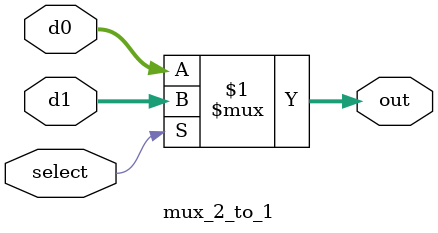
<source format=v>
module mux_2_to_1 (
    input wire [1:0] d0,
    input wire [1:0] d1,
    input wire select,
    output wire [1:0] out
);

  assign out = select ? d1 : d0;

endmodule

</source>
